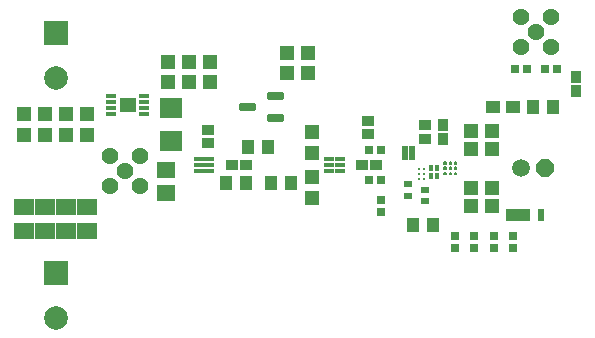
<source format=gbr>
G04 EAGLE Gerber RS-274X export*
G75*
%MOMM*%
%FSLAX34Y34*%
%LPD*%
%INSoldermask Top*%
%IPPOS*%
%AMOC8*
5,1,8,0,0,1.08239X$1,22.5*%
G01*
%ADD10R,1.701600X1.401600*%
%ADD11R,1.181600X1.151600*%
%ADD12R,1.151600X1.181600*%
%ADD13R,0.841600X1.026600*%
%ADD14R,1.026600X0.841600*%
%ADD15R,0.482600X1.244600*%
%ADD16R,0.701600X0.601600*%
%ADD17P,1.625317X8X202.500000*%
%ADD18C,1.501600*%
%ADD19R,2.006600X2.006600*%
%ADD20C,2.006600*%
%ADD21C,1.435100*%
%ADD22R,1.201600X1.101600*%
%ADD23C,0.182878*%
%ADD24R,1.601600X1.401600*%
%ADD25R,0.701600X0.801600*%
%ADD26R,1.101600X1.201600*%
%ADD27R,0.801600X0.701600*%
%ADD28R,0.939800X0.355600*%
%ADD29R,1.397000X1.193800*%
%ADD30C,0.284478*%
%ADD31R,0.825500X0.317500*%
%ADD32C,0.332741*%
%ADD33R,1.003300X0.952500*%
%ADD34R,0.381600X0.531600*%
%ADD35R,1.904600X1.701600*%
%ADD36R,0.609600X0.990600*%
%ADD37R,2.006600X0.990600*%


D10*
X36830Y105570D03*
X36830Y125570D03*
D11*
X176530Y231280D03*
X176530Y248780D03*
X194310Y231280D03*
X194310Y248780D03*
X259080Y238900D03*
X259080Y256400D03*
X276860Y238900D03*
X276860Y256400D03*
X280670Y171590D03*
X280670Y189090D03*
X280670Y150990D03*
X280670Y133490D03*
D10*
X54610Y105570D03*
X54610Y125570D03*
D12*
X432676Y190500D03*
X415176Y190500D03*
X432676Y175260D03*
X415176Y175260D03*
X432676Y142240D03*
X415176Y142240D03*
X432676Y127000D03*
X415176Y127000D03*
D13*
X504190Y223870D03*
X504190Y235870D03*
D14*
X224440Y161290D03*
X212440Y161290D03*
X334930Y161290D03*
X322930Y161290D03*
D13*
X391160Y183230D03*
X391160Y195230D03*
D15*
X364800Y171450D03*
X359100Y171450D03*
D10*
X72390Y105570D03*
X72390Y125570D03*
D16*
X361950Y144934D03*
X361950Y135483D03*
X375920Y140616D03*
X375920Y131165D03*
D10*
X90170Y105570D03*
X90170Y125570D03*
D11*
X36830Y204330D03*
X36830Y186830D03*
X54610Y204330D03*
X54610Y186830D03*
X72390Y204330D03*
X72390Y186830D03*
X90170Y204330D03*
X90170Y186830D03*
X158750Y231280D03*
X158750Y248780D03*
D17*
X477360Y158750D03*
D18*
X457360Y158750D03*
D19*
X63500Y69850D03*
D20*
X63500Y31750D03*
D19*
X63500Y273050D03*
D20*
X63500Y234950D03*
D21*
X121920Y156210D03*
X134620Y168910D03*
X134620Y143510D03*
X109220Y143510D03*
X109220Y168910D03*
X469900Y274320D03*
X482600Y261620D03*
X457200Y261620D03*
X457200Y287020D03*
X482600Y287020D03*
D22*
X433460Y210820D03*
X450460Y210820D03*
D23*
X393620Y154860D02*
X393620Y153640D01*
X392400Y153640D01*
X392400Y154860D01*
X393620Y154860D01*
X402620Y154860D02*
X402620Y153640D01*
X401400Y153640D01*
X401400Y154860D01*
X402620Y154860D01*
X393620Y158140D02*
X393620Y159360D01*
X393620Y158140D02*
X392400Y158140D01*
X392400Y159360D01*
X393620Y159360D01*
X398120Y154860D02*
X398120Y153640D01*
X396900Y153640D01*
X396900Y154860D01*
X398120Y154860D01*
X398120Y158140D02*
X398120Y159360D01*
X398120Y158140D02*
X396900Y158140D01*
X396900Y159360D01*
X398120Y159360D01*
X402620Y159360D02*
X402620Y158140D01*
X401400Y158140D01*
X401400Y159360D01*
X402620Y159360D01*
X402620Y162640D02*
X402620Y163860D01*
X402620Y162640D02*
X401400Y162640D01*
X401400Y163860D01*
X402620Y163860D01*
X398120Y163860D02*
X398120Y162640D01*
X396900Y162640D01*
X396900Y163860D01*
X398120Y163860D01*
X393620Y163860D02*
X393620Y162640D01*
X392400Y162640D01*
X392400Y163860D01*
X393620Y163860D01*
D24*
X156972Y137820D03*
X156972Y156820D03*
D25*
X487600Y242570D03*
X477600Y242570D03*
D26*
X467750Y210820D03*
X484750Y210820D03*
D25*
X329010Y173990D03*
X339010Y173990D03*
X329010Y148590D03*
X339010Y148590D03*
D27*
X339090Y122000D03*
X339090Y132000D03*
D26*
X207400Y146050D03*
X224400Y146050D03*
X245500Y146050D03*
X262500Y146050D03*
X226450Y176530D03*
X243450Y176530D03*
D27*
X401320Y101520D03*
X401320Y91520D03*
X417830Y101520D03*
X417830Y91520D03*
X434340Y101520D03*
X434340Y91520D03*
X450850Y101520D03*
X450850Y91520D03*
D28*
X138430Y204590D03*
X138430Y209590D03*
X138430Y214590D03*
X138430Y219590D03*
X110490Y219590D03*
X110490Y214590D03*
X110490Y209590D03*
X110490Y204590D03*
D29*
X124460Y212090D03*
D30*
X243196Y203454D02*
X255084Y203454D01*
X255084Y199186D01*
X243196Y199186D01*
X243196Y203454D01*
X243196Y201889D02*
X255084Y201889D01*
X255084Y222454D02*
X243196Y222454D01*
X255084Y222454D02*
X255084Y218186D01*
X243196Y218186D01*
X243196Y222454D01*
X243196Y220889D02*
X255084Y220889D01*
X231784Y212954D02*
X219896Y212954D01*
X231784Y212954D02*
X231784Y208686D01*
X219896Y208686D01*
X219896Y212954D01*
X219896Y211389D02*
X231784Y211389D01*
D31*
X184785Y166290D03*
X184785Y161290D03*
X184785Y156290D03*
X193675Y156290D03*
X193675Y161290D03*
X193675Y166290D03*
X295275Y166290D03*
X295275Y161290D03*
X295275Y156290D03*
X304165Y156290D03*
X304165Y161290D03*
X304165Y166290D03*
D32*
X371380Y157670D03*
X375380Y157670D03*
X371380Y153670D03*
X375380Y153670D03*
X371380Y149670D03*
X375380Y149670D03*
D33*
X192278Y191220D03*
X192278Y179620D03*
X327660Y198840D03*
X327660Y187240D03*
X375920Y195030D03*
X375920Y183430D03*
D34*
X381244Y158750D03*
X386344Y158750D03*
X381244Y152400D03*
X386344Y152400D03*
D25*
X452200Y242570D03*
X462200Y242570D03*
D35*
X161290Y181360D03*
X161290Y209800D03*
D26*
X366150Y110490D03*
X383150Y110490D03*
D36*
X474472Y119380D03*
D37*
X454787Y119380D03*
M02*

</source>
